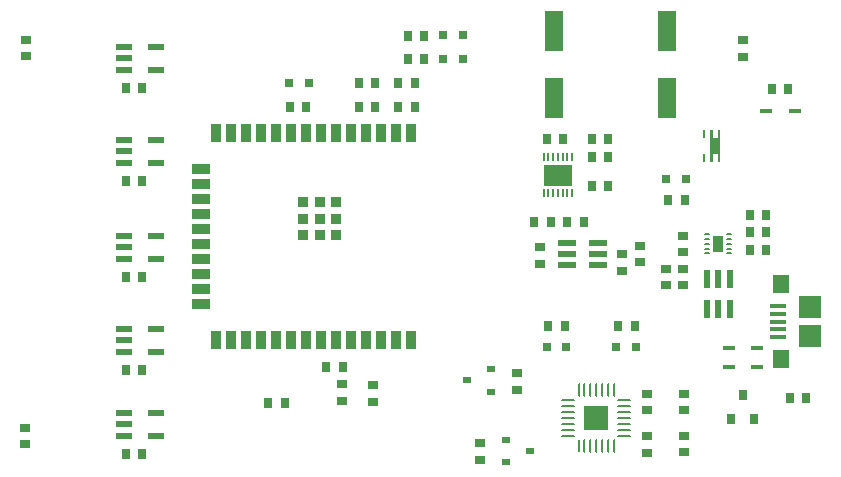
<source format=gtp>
G04*
G04 #@! TF.GenerationSoftware,Altium Limited,Altium Designer,22.6.1 (34)*
G04*
G04 Layer_Color=8421504*
%FSLAX25Y25*%
%MOIN*%
G70*
G04*
G04 #@! TF.SameCoordinates,BE1EFFB1-D3A5-4C51-9803-2DA18C35BCD8*
G04*
G04*
G04 #@! TF.FilePolarity,Positive*
G04*
G01*
G75*
%ADD14R,0.08341X0.08341*%
G04:AMPARAMS|DCode=15|XSize=19.68mil|YSize=7.87mil|CornerRadius=1.97mil|HoleSize=0mil|Usage=FLASHONLY|Rotation=0.000|XOffset=0mil|YOffset=0mil|HoleType=Round|Shape=RoundedRectangle|*
%AMROUNDEDRECTD15*
21,1,0.01968,0.00394,0,0,0.0*
21,1,0.01575,0.00787,0,0,0.0*
1,1,0.00394,0.00787,-0.00197*
1,1,0.00394,-0.00787,-0.00197*
1,1,0.00394,-0.00787,0.00197*
1,1,0.00394,0.00787,0.00197*
%
%ADD15ROUNDEDRECTD15*%
%ADD16R,0.07480X0.07480*%
%ADD17R,0.05512X0.06299*%
%ADD18R,0.05315X0.01200*%
%ADD19R,0.03543X0.03150*%
G04:AMPARAMS|DCode=20|XSize=57.09mil|YSize=23.23mil|CornerRadius=2.9mil|HoleSize=0mil|Usage=FLASHONLY|Rotation=90.000|XOffset=0mil|YOffset=0mil|HoleType=Round|Shape=RoundedRectangle|*
%AMROUNDEDRECTD20*
21,1,0.05709,0.01742,0,0,90.0*
21,1,0.05128,0.02323,0,0,90.0*
1,1,0.00581,0.00871,0.02564*
1,1,0.00581,0.00871,-0.02564*
1,1,0.00581,-0.00871,-0.02564*
1,1,0.00581,-0.00871,0.02564*
%
%ADD20ROUNDEDRECTD20*%
%ADD21R,0.09400X0.07100*%
%ADD22R,0.01000X0.02800*%
%ADD23R,0.03500X0.03500*%
%ADD24R,0.03500X0.05900*%
%ADD25R,0.05900X0.03500*%
%ADD26R,0.03150X0.03543*%
%ADD27R,0.03150X0.03543*%
%ADD28R,0.03150X0.02362*%
%ADD29R,0.04095X0.01811*%
%ADD30R,0.03150X0.03150*%
G04:AMPARAMS|DCode=31|XSize=9.55mil|YSize=44.53mil|CornerRadius=4.77mil|HoleSize=0mil|Usage=FLASHONLY|Rotation=90.000|XOffset=0mil|YOffset=0mil|HoleType=Round|Shape=RoundedRectangle|*
%AMROUNDEDRECTD31*
21,1,0.00955,0.03498,0,0,90.0*
21,1,0.00000,0.04453,0,0,90.0*
1,1,0.00955,0.01749,0.00000*
1,1,0.00955,0.01749,0.00000*
1,1,0.00955,-0.01749,0.00000*
1,1,0.00955,-0.01749,0.00000*
%
%ADD31ROUNDEDRECTD31*%
G04:AMPARAMS|DCode=32|XSize=44.53mil|YSize=9.55mil|CornerRadius=4.77mil|HoleSize=0mil|Usage=FLASHONLY|Rotation=90.000|XOffset=0mil|YOffset=0mil|HoleType=Round|Shape=RoundedRectangle|*
%AMROUNDEDRECTD32*
21,1,0.04453,0.00000,0,0,90.0*
21,1,0.03498,0.00955,0,0,90.0*
1,1,0.00955,0.00000,0.01749*
1,1,0.00955,0.00000,-0.01749*
1,1,0.00955,0.00000,-0.01749*
1,1,0.00955,0.00000,0.01749*
%
%ADD32ROUNDEDRECTD32*%
%ADD33R,0.00955X0.04453*%
G04:AMPARAMS|DCode=34|XSize=57.09mil|YSize=23.23mil|CornerRadius=2.9mil|HoleSize=0mil|Usage=FLASHONLY|Rotation=0.000|XOffset=0mil|YOffset=0mil|HoleType=Round|Shape=RoundedRectangle|*
%AMROUNDEDRECTD34*
21,1,0.05709,0.01742,0,0,0.0*
21,1,0.05128,0.02323,0,0,0.0*
1,1,0.00581,0.02564,-0.00871*
1,1,0.00581,-0.02564,-0.00871*
1,1,0.00581,-0.02564,0.00871*
1,1,0.00581,0.02564,0.00871*
%
%ADD34ROUNDEDRECTD34*%
%ADD35R,0.00800X0.02700*%
%ADD36R,0.05200X0.02200*%
%ADD37R,0.06299X0.13780*%
G36*
X200600Y104650D02*
Y97550D01*
X210000D01*
Y104650D01*
X200600D01*
D02*
G37*
G36*
X260208Y80913D02*
X260216D01*
X260228Y80909D01*
X260235D01*
X260247Y80905D01*
X260255Y80901D01*
X260267Y80897D01*
X260275Y80889D01*
X260283Y80885D01*
X260291Y80877D01*
X260298Y80873D01*
X260306Y80865D01*
X260314Y80857D01*
X260322Y80850D01*
X260330Y80842D01*
X260334Y80834D01*
X260342Y80826D01*
X260346Y80818D01*
X260353Y80810D01*
X260357Y80798D01*
X260361Y80791D01*
X260365Y80779D01*
Y80771D01*
X260369Y80759D01*
Y80751D01*
X260373Y80739D01*
Y80731D01*
Y80720D01*
Y75680D01*
Y75669D01*
Y75661D01*
X260369Y75649D01*
Y75641D01*
X260365Y75629D01*
Y75621D01*
X260361Y75609D01*
X260357Y75602D01*
X260353Y75590D01*
X260346Y75582D01*
X260342Y75574D01*
X260334Y75566D01*
X260330Y75558D01*
X260322Y75550D01*
X260314Y75542D01*
X260306Y75535D01*
X260298Y75527D01*
X260291Y75523D01*
X260283Y75515D01*
X260275Y75511D01*
X260267Y75503D01*
X260255Y75499D01*
X260247Y75495D01*
X260235Y75491D01*
X260228D01*
X260216Y75487D01*
X260208D01*
X260196Y75484D01*
X257204D01*
X257192Y75487D01*
X257184D01*
X257172Y75491D01*
X257165D01*
X257153Y75495D01*
X257145Y75499D01*
X257133Y75503D01*
X257125Y75511D01*
X257117Y75515D01*
X257109Y75523D01*
X257102Y75527D01*
X257094Y75535D01*
X257086Y75542D01*
X257078Y75550D01*
X257070Y75558D01*
X257066Y75566D01*
X257058Y75574D01*
X257054Y75582D01*
X257047Y75590D01*
X257043Y75602D01*
X257039Y75609D01*
X257035Y75621D01*
Y75629D01*
X257031Y75641D01*
Y75649D01*
X257027Y75661D01*
Y75669D01*
Y75680D01*
Y80720D01*
Y80731D01*
Y80739D01*
X257031Y80751D01*
Y80759D01*
X257035Y80771D01*
Y80779D01*
X257039Y80791D01*
X257043Y80798D01*
X257047Y80810D01*
X257054Y80818D01*
X257058Y80826D01*
X257066Y80834D01*
X257070Y80842D01*
X257078Y80850D01*
X257086Y80857D01*
X257094Y80865D01*
X257102Y80873D01*
X257109Y80877D01*
X257117Y80885D01*
X257125Y80889D01*
X257133Y80897D01*
X257145Y80901D01*
X257153Y80905D01*
X257165Y80909D01*
X257172D01*
X257184Y80913D01*
X257192D01*
X257204Y80917D01*
X260196D01*
X260208Y80913D01*
D02*
G37*
G36*
X256100Y105350D02*
Y113550D01*
Y116250D01*
X256900D01*
Y113550D01*
X258659D01*
Y116250D01*
X259459D01*
Y105350D01*
X258659D01*
Y108050D01*
X256900D01*
Y105350D01*
X256100D01*
D02*
G37*
D14*
X218100Y20200D02*
D03*
D15*
X262440Y81350D02*
D03*
Y79775D02*
D03*
Y78200D02*
D03*
Y76625D02*
D03*
Y75050D02*
D03*
X254960D02*
D03*
Y76625D02*
D03*
Y78200D02*
D03*
Y79775D02*
D03*
Y81350D02*
D03*
D16*
X289300Y57024D02*
D03*
Y47576D02*
D03*
D17*
X279654Y64898D02*
D03*
Y39702D02*
D03*
D18*
X278768Y57418D02*
D03*
Y54859D02*
D03*
Y52300D02*
D03*
Y49741D02*
D03*
Y47182D02*
D03*
D19*
X247100Y69956D02*
D03*
Y64444D02*
D03*
X241200Y69956D02*
D03*
Y64444D02*
D03*
X247100Y75444D02*
D03*
Y80956D02*
D03*
X199438Y71604D02*
D03*
Y77116D02*
D03*
X232538Y77616D02*
D03*
Y72104D02*
D03*
X226638Y74772D02*
D03*
Y69260D02*
D03*
X247200Y8688D02*
D03*
Y14200D02*
D03*
X235100Y8644D02*
D03*
Y14156D02*
D03*
X133300Y25844D02*
D03*
Y31356D02*
D03*
X247300Y28256D02*
D03*
Y22744D02*
D03*
X143700Y25644D02*
D03*
Y31156D02*
D03*
X179500Y6144D02*
D03*
Y11656D02*
D03*
X235100Y28256D02*
D03*
Y22744D02*
D03*
X191600Y35156D02*
D03*
Y29644D02*
D03*
X267100Y140644D02*
D03*
Y146156D02*
D03*
X27800Y16956D02*
D03*
Y11444D02*
D03*
X27900Y140744D02*
D03*
Y146256D02*
D03*
D20*
X262572Y66638D02*
D03*
X258832D02*
D03*
X255091D02*
D03*
X262572Y56362D02*
D03*
X258832D02*
D03*
X255091D02*
D03*
D21*
X205300Y101100D02*
D03*
D22*
X200576Y107000D02*
D03*
X202150D02*
D03*
X203725D02*
D03*
X205300D02*
D03*
X206875D02*
D03*
X208450D02*
D03*
X210024D02*
D03*
Y95200D02*
D03*
X208450D02*
D03*
X206875D02*
D03*
X205300D02*
D03*
X203725D02*
D03*
X202150D02*
D03*
X200576D02*
D03*
D23*
X125990Y86510D02*
D03*
X131500D02*
D03*
Y81000D02*
D03*
X125990D02*
D03*
X120480D02*
D03*
Y86510D02*
D03*
Y92020D02*
D03*
X125990D02*
D03*
X131500D02*
D03*
D24*
X156390Y46150D02*
D03*
X151390D02*
D03*
X146390D02*
D03*
X141390D02*
D03*
X136390D02*
D03*
X131390D02*
D03*
X126390D02*
D03*
X121390D02*
D03*
X116390D02*
D03*
X111390D02*
D03*
X106390D02*
D03*
X101390D02*
D03*
X96390D02*
D03*
X91390D02*
D03*
Y115050D02*
D03*
X96390D02*
D03*
X101390D02*
D03*
X106390D02*
D03*
X111390D02*
D03*
X116390D02*
D03*
X121390D02*
D03*
X126390D02*
D03*
X131390D02*
D03*
X136390D02*
D03*
X141390D02*
D03*
X146390D02*
D03*
X151390D02*
D03*
X156390D02*
D03*
D25*
X86465Y58100D02*
D03*
Y63100D02*
D03*
Y68100D02*
D03*
Y73100D02*
D03*
Y78100D02*
D03*
Y83100D02*
D03*
Y88100D02*
D03*
Y93100D02*
D03*
Y98100D02*
D03*
Y103100D02*
D03*
D26*
X269300Y76100D02*
D03*
X274812D02*
D03*
X274756Y82000D02*
D03*
X269244D02*
D03*
X274756Y87900D02*
D03*
X269244D02*
D03*
X230856Y50800D02*
D03*
X225344D02*
D03*
X207656D02*
D03*
X202144D02*
D03*
X208482Y85560D02*
D03*
X213994D02*
D03*
X66756Y67000D02*
D03*
X61244D02*
D03*
X66756Y99000D02*
D03*
X61244D02*
D03*
X66756Y130000D02*
D03*
X61244D02*
D03*
X66756Y36000D02*
D03*
X61244D02*
D03*
X66756Y8000D02*
D03*
X61244D02*
D03*
X247556Y92700D02*
D03*
X242044D02*
D03*
X276644Y129800D02*
D03*
X282156D02*
D03*
X138988Y131800D02*
D03*
X144500D02*
D03*
X121500Y123900D02*
D03*
X115988D02*
D03*
X155300Y139900D02*
D03*
X160812D02*
D03*
X155300Y147600D02*
D03*
X160812D02*
D03*
X133556Y37100D02*
D03*
X128044D02*
D03*
X216644Y97600D02*
D03*
X222156D02*
D03*
X216644Y107200D02*
D03*
X222156D02*
D03*
X222156Y113100D02*
D03*
X216644D02*
D03*
X288156Y26700D02*
D03*
X282644D02*
D03*
X201544Y113100D02*
D03*
X207056D02*
D03*
X108744Y25200D02*
D03*
X114256D02*
D03*
X152100Y123800D02*
D03*
X157612D02*
D03*
X152100Y131800D02*
D03*
X157612D02*
D03*
X144400Y123800D02*
D03*
X138888D02*
D03*
X197444Y85600D02*
D03*
X202956D02*
D03*
D27*
X263160Y19963D02*
D03*
X270640D02*
D03*
X266900Y27837D02*
D03*
D28*
X182976Y36440D02*
D03*
Y28960D02*
D03*
X175024Y32700D02*
D03*
X196000Y9200D02*
D03*
X188047Y12940D02*
D03*
Y5460D02*
D03*
D29*
X271685Y37200D02*
D03*
X262315D02*
D03*
X271685Y43500D02*
D03*
X262315D02*
D03*
X274815Y122600D02*
D03*
X284185D02*
D03*
D30*
X224752Y43800D02*
D03*
X231248D02*
D03*
X201608D02*
D03*
X208104D02*
D03*
X241452Y99800D02*
D03*
X247948D02*
D03*
X115752Y131700D02*
D03*
X122248D02*
D03*
X167152Y139900D02*
D03*
X173648D02*
D03*
X167108Y147700D02*
D03*
X173604D02*
D03*
D31*
X208688Y14295D02*
D03*
Y16263D02*
D03*
Y18232D02*
D03*
Y20200D02*
D03*
Y22169D02*
D03*
Y24137D02*
D03*
Y26105D02*
D03*
X227512D02*
D03*
Y24137D02*
D03*
Y22169D02*
D03*
Y20200D02*
D03*
Y18232D02*
D03*
Y16263D02*
D03*
Y14295D02*
D03*
D32*
X212194Y29612D02*
D03*
X214163D02*
D03*
X216131D02*
D03*
X218100D02*
D03*
X220069D02*
D03*
X222037D02*
D03*
X224006D02*
D03*
Y10789D02*
D03*
X222037D02*
D03*
X220069D02*
D03*
X218100D02*
D03*
X216131D02*
D03*
X214163D02*
D03*
D33*
X212194D02*
D03*
D34*
X208500Y78500D02*
D03*
Y74760D02*
D03*
Y71020D02*
D03*
X218776Y78500D02*
D03*
Y74760D02*
D03*
Y71020D02*
D03*
D35*
X253941Y114900D02*
D03*
X256500D02*
D03*
X259059D02*
D03*
Y106700D02*
D03*
X256500D02*
D03*
X253941D02*
D03*
D36*
X71400Y112700D02*
D03*
Y105300D02*
D03*
X60600D02*
D03*
Y109000D02*
D03*
Y112700D02*
D03*
X71400Y143700D02*
D03*
Y136300D02*
D03*
X60600D02*
D03*
Y140000D02*
D03*
Y143700D02*
D03*
X71400Y49700D02*
D03*
Y42300D02*
D03*
X60600D02*
D03*
Y46000D02*
D03*
Y49700D02*
D03*
X71400Y80700D02*
D03*
Y73300D02*
D03*
X60600D02*
D03*
Y77000D02*
D03*
Y80700D02*
D03*
X71400Y21700D02*
D03*
Y14300D02*
D03*
X60600D02*
D03*
Y18000D02*
D03*
Y21700D02*
D03*
D37*
X241800Y149024D02*
D03*
Y126976D02*
D03*
X204000Y149024D02*
D03*
Y126976D02*
D03*
M02*

</source>
